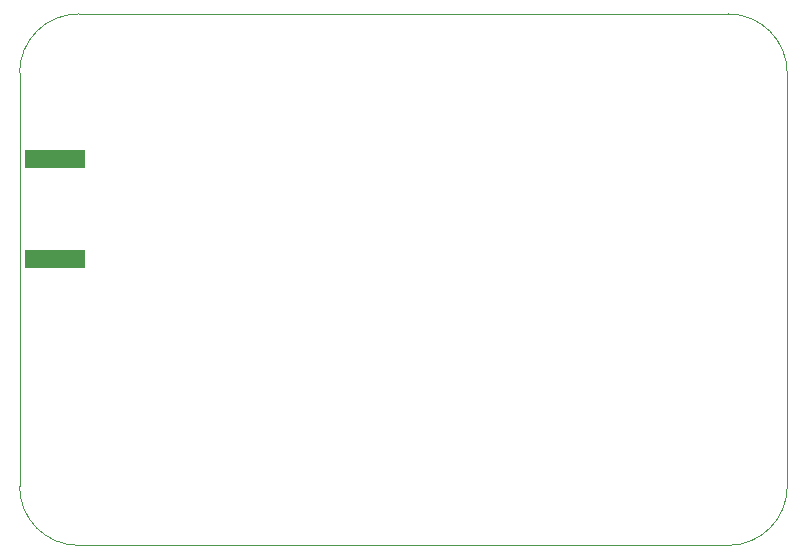
<source format=gbr>
%TF.GenerationSoftware,KiCad,Pcbnew,(5.1.8)-1*%
%TF.CreationDate,2021-02-23T22:19:55+01:00*%
%TF.ProjectId,cvco-general,6376636f-2d67-4656-9e65-72616c2e6b69,rev?*%
%TF.SameCoordinates,Original*%
%TF.FileFunction,Paste,Bot*%
%TF.FilePolarity,Positive*%
%FSLAX46Y46*%
G04 Gerber Fmt 4.6, Leading zero omitted, Abs format (unit mm)*
G04 Created by KiCad (PCBNEW (5.1.8)-1) date 2021-02-23 22:19:55*
%MOMM*%
%LPD*%
G01*
G04 APERTURE LIST*
%TA.AperFunction,Profile*%
%ADD10C,0.050000*%
%TD*%
%ADD11R,5.080000X1.500000*%
G04 APERTURE END LIST*
D10*
X105000000Y-95000000D02*
G75*
G02*
X100000000Y-90000000I0J5000000D01*
G01*
X165000000Y-90000000D02*
G75*
G02*
X160000000Y-95000000I-5000000J0D01*
G01*
X160000000Y-50000000D02*
G75*
G02*
X165000000Y-55000000I0J-5000000D01*
G01*
X100000000Y-55000000D02*
G75*
G02*
X105000000Y-50000000I5000000J0D01*
G01*
X100000000Y-90000000D02*
X100000000Y-55000000D01*
X160000000Y-95000000D02*
X105000000Y-95000000D01*
X165000000Y-55000000D02*
X165000000Y-90000000D01*
X105000000Y-50000000D02*
X160000000Y-50000000D01*
D11*
%TO.C,J1*%
X103000000Y-70750000D03*
X103000000Y-62250000D03*
%TD*%
M02*

</source>
